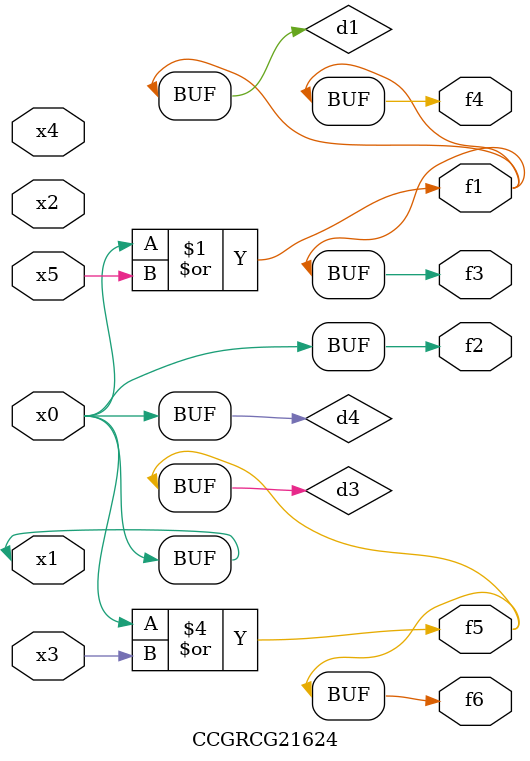
<source format=v>
module CCGRCG21624(
	input x0, x1, x2, x3, x4, x5,
	output f1, f2, f3, f4, f5, f6
);

	wire d1, d2, d3, d4;

	or (d1, x0, x5);
	xnor (d2, x1, x4);
	or (d3, x0, x3);
	buf (d4, x0, x1);
	assign f1 = d1;
	assign f2 = d4;
	assign f3 = d1;
	assign f4 = d1;
	assign f5 = d3;
	assign f6 = d3;
endmodule

</source>
